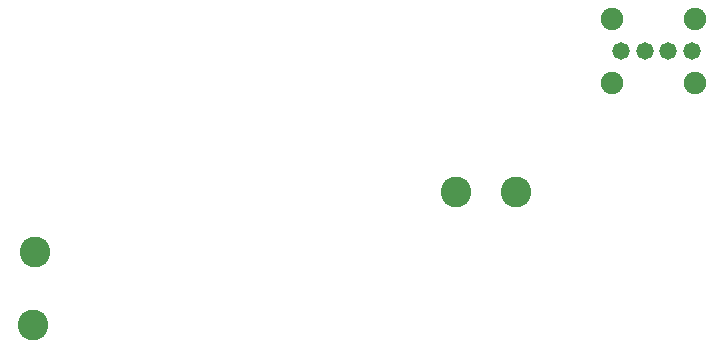
<source format=gbr>
%TF.GenerationSoftware,KiCad,Pcbnew,8.0.2*%
%TF.CreationDate,2024-06-02T13:55:41-07:00*%
%TF.ProjectId,RLS_PCBA,524c535f-5043-4424-912e-6b696361645f,rev?*%
%TF.SameCoordinates,Original*%
%TF.FileFunction,Soldermask,Top*%
%TF.FilePolarity,Negative*%
%FSLAX46Y46*%
G04 Gerber Fmt 4.6, Leading zero omitted, Abs format (unit mm)*
G04 Created by KiCad (PCBNEW 8.0.2) date 2024-06-02 13:55:41*
%MOMM*%
%LPD*%
G01*
G04 APERTURE LIST*
%ADD10C,2.600000*%
%ADD11C,1.473200*%
%ADD12C,1.905000*%
G04 APERTURE END LIST*
D10*
%TO.C,H4*%
X163195000Y-110490000D03*
%TD*%
%TO.C,H1*%
X127316690Y-121743124D03*
%TD*%
%TO.C,H2*%
X127500000Y-115500000D03*
%TD*%
%TO.C,H3*%
X168275000Y-110490000D03*
%TD*%
D11*
%TO.C,J2*%
X177136951Y-98526600D03*
X179136950Y-98526600D03*
X181136951Y-98526600D03*
X183136949Y-98526600D03*
D12*
X183406951Y-101246600D03*
X183406951Y-95806600D03*
X176406950Y-101246600D03*
X176406950Y-95806600D03*
%TD*%
M02*

</source>
